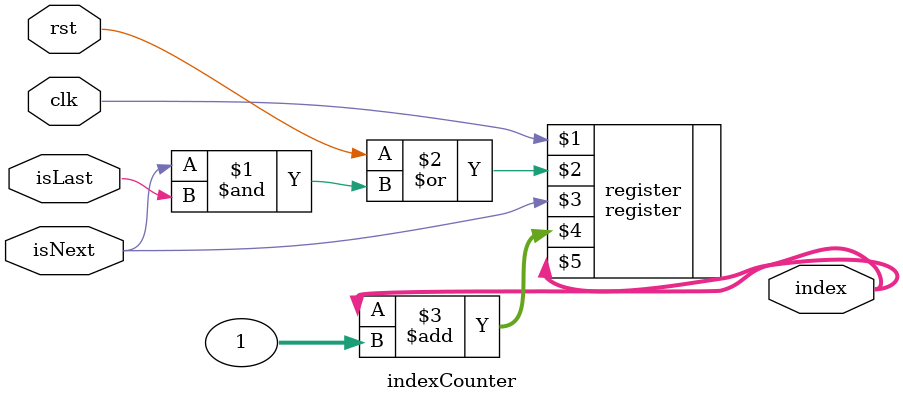
<source format=v>


module indexCounter #(parameter MAX_INDEX=10)(
input clk,
input rst,
input isNext,
input isLast,
output [$clog2(MAX_INDEX)-1:0] index
    );

register #(.WIDTH($clog2(MAX_INDEX))) register (
clk, 
rst|isNext&isLast,
isNext,
(index+1),
index
);
    
endmodule

</source>
